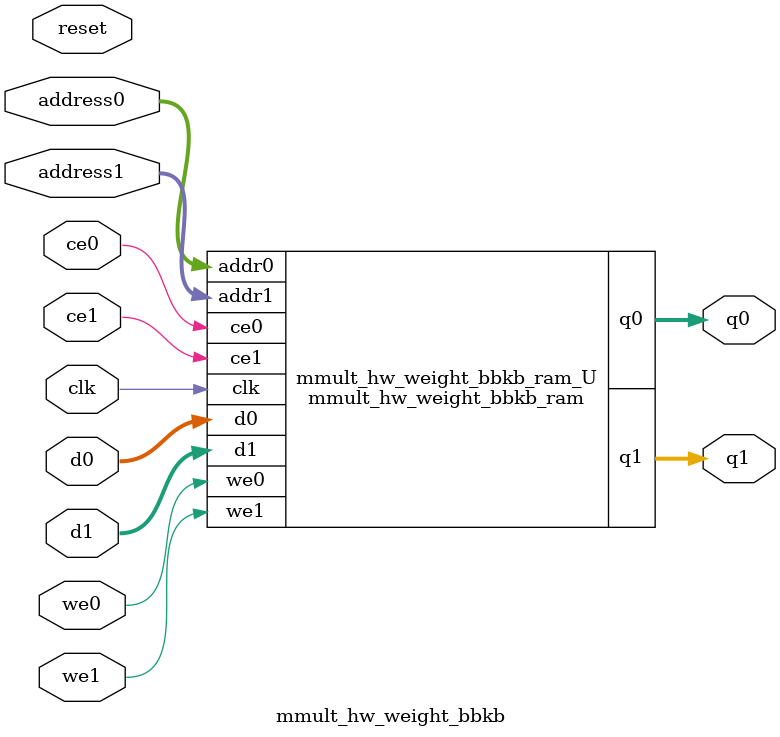
<source format=v>

`timescale 1 ns / 1 ps
module mmult_hw_weight_bbkb_ram (addr0, ce0, d0, we0, q0, addr1, ce1, d1, we1, q1,  clk);

parameter DWIDTH = 32;
parameter AWIDTH = 9;
parameter MEM_SIZE = 320;

input[AWIDTH-1:0] addr0;
input ce0;
input[DWIDTH-1:0] d0;
input we0;
output reg[DWIDTH-1:0] q0;
input[AWIDTH-1:0] addr1;
input ce1;
input[DWIDTH-1:0] d1;
input we1;
output reg[DWIDTH-1:0] q1;
input clk;

(* ram_style = "block" *)reg [DWIDTH-1:0] ram[0:MEM_SIZE-1];




always @(posedge clk)  
begin 
    if (ce0) 
    begin
        if (we0) 
        begin 
            ram[addr0] <= d0; 
            q0 <= d0;
        end 
        else 
            q0 <= ram[addr0];
    end
end


always @(posedge clk)  
begin 
    if (ce1) 
    begin
        if (we1) 
        begin 
            ram[addr1] <= d1; 
            q1 <= d1;
        end 
        else 
            q1 <= ram[addr1];
    end
end


endmodule


`timescale 1 ns / 1 ps
module mmult_hw_weight_bbkb(
    reset,
    clk,
    address0,
    ce0,
    we0,
    d0,
    q0,
    address1,
    ce1,
    we1,
    d1,
    q1);

parameter DataWidth = 32'd32;
parameter AddressRange = 32'd320;
parameter AddressWidth = 32'd9;
input reset;
input clk;
input[AddressWidth - 1:0] address0;
input ce0;
input we0;
input[DataWidth - 1:0] d0;
output[DataWidth - 1:0] q0;
input[AddressWidth - 1:0] address1;
input ce1;
input we1;
input[DataWidth - 1:0] d1;
output[DataWidth - 1:0] q1;



mmult_hw_weight_bbkb_ram mmult_hw_weight_bbkb_ram_U(
    .clk( clk ),
    .addr0( address0 ),
    .ce0( ce0 ),
    .d0( d0 ),
    .we0( we0 ),
    .q0( q0 ),
    .addr1( address1 ),
    .ce1( ce1 ),
    .d1( d1 ),
    .we1( we1 ),
    .q1( q1 ));

endmodule


</source>
